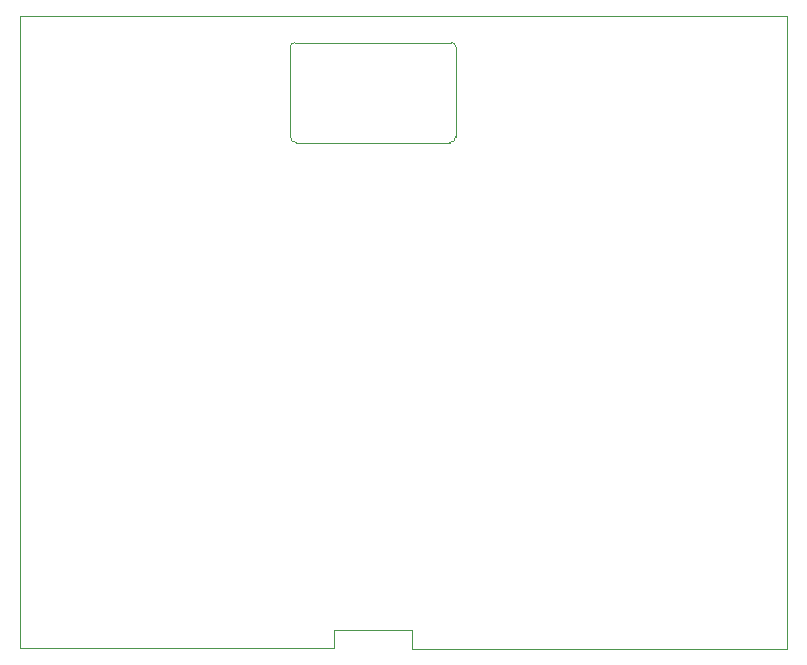
<source format=gbr>
%TF.GenerationSoftware,KiCad,Pcbnew,7.0.10-7.0.10~ubuntu22.04.1*%
%TF.CreationDate,2024-01-12T08:07:30-07:00*%
%TF.ProjectId,HIDHopper_ADB,48494448-6f70-4706-9572-5f4144422e6b,rev?*%
%TF.SameCoordinates,Original*%
%TF.FileFunction,Profile,NP*%
%FSLAX46Y46*%
G04 Gerber Fmt 4.6, Leading zero omitted, Abs format (unit mm)*
G04 Created by KiCad (PCBNEW 7.0.10-7.0.10~ubuntu22.04.1) date 2024-01-12 08:07:30*
%MOMM*%
%LPD*%
G01*
G04 APERTURE LIST*
%TA.AperFunction,Profile*%
%ADD10C,0.100000*%
%TD*%
G04 APERTURE END LIST*
D10*
X134180000Y-117230000D02*
X160790000Y-117230000D01*
X134180000Y-63750000D02*
X199130000Y-63750000D01*
X199130000Y-117280000D02*
X199130000Y-63750000D01*
X167390000Y-117280000D02*
X199130000Y-117280000D01*
X134180000Y-117230000D02*
X134180000Y-63750000D01*
%TO.C,RP1*%
X171090000Y-66330000D02*
X171080000Y-73940000D01*
X170580000Y-74440000D02*
X157580000Y-74440000D01*
X167390000Y-115730000D02*
X167390000Y-117280000D01*
X167390000Y-115730000D02*
X160790000Y-115730000D01*
X160790000Y-115730000D02*
X160790000Y-117230000D01*
X157473731Y-65969417D02*
X170724641Y-65969417D01*
X157080000Y-73940000D02*
X157080000Y-66330000D01*
X170580000Y-74440000D02*
G75*
G03*
X171080000Y-73940000I-1J500001D01*
G01*
X171090000Y-66329999D02*
G75*
G03*
X170724641Y-65969417I-360611J2D01*
G01*
X157080000Y-73940000D02*
G75*
G03*
X157580000Y-74440000I500000J0D01*
G01*
X157473731Y-65969417D02*
G75*
G03*
X157080000Y-66330000I-1J-395253D01*
G01*
%TD*%
M02*

</source>
